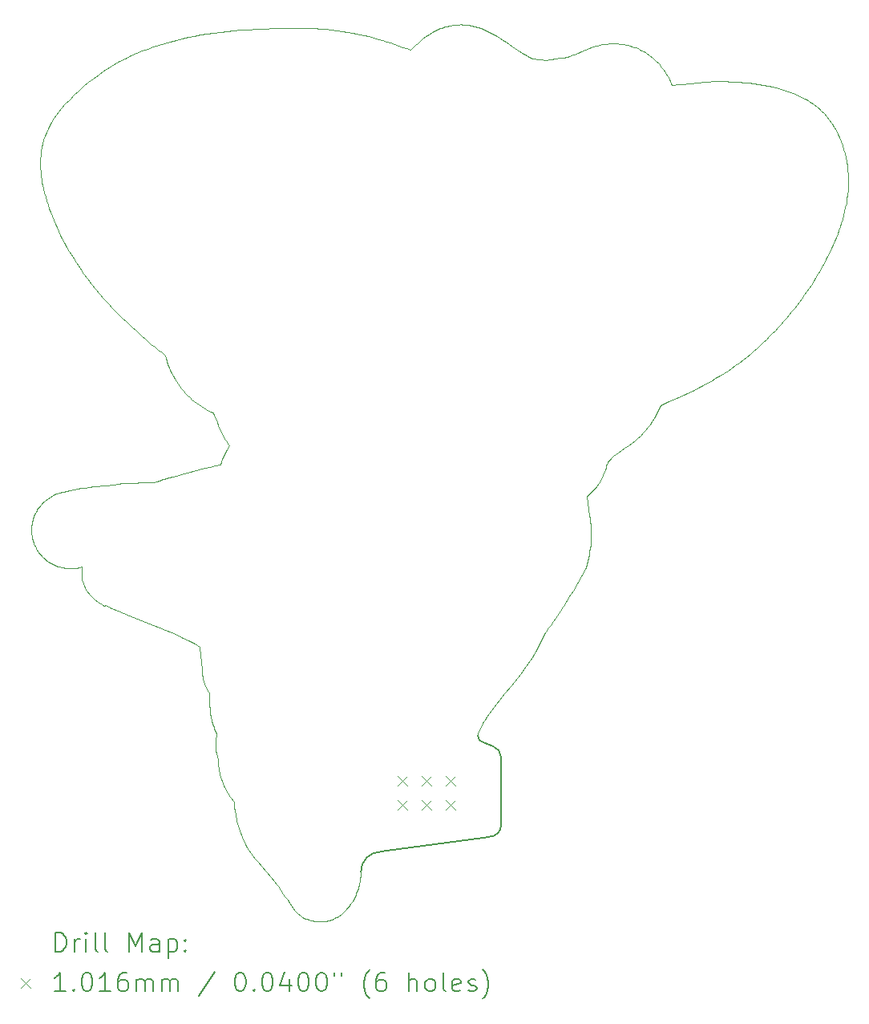
<source format=gbr>
%TF.GenerationSoftware,KiCad,Pcbnew,8.0.3*%
%TF.CreationDate,2024-07-03T11:21:48-05:00*%
%TF.ProjectId,JiggleBilly,4a696767-6c65-4426-996c-6c792e6b6963,rev?*%
%TF.SameCoordinates,Original*%
%TF.FileFunction,Drillmap*%
%TF.FilePolarity,Positive*%
%FSLAX45Y45*%
G04 Gerber Fmt 4.5, Leading zero omitted, Abs format (unit mm)*
G04 Created by KiCad (PCBNEW 8.0.3) date 2024-07-03 11:21:48*
%MOMM*%
%LPD*%
G01*
G04 APERTURE LIST*
%ADD10C,0.100000*%
%ADD11C,0.150000*%
%ADD12C,0.200000*%
%ADD13C,0.101600*%
G04 APERTURE END LIST*
D10*
X16324333Y-7636683D02*
X16334638Y-7592681D01*
X7835370Y-11260215D02*
X7845522Y-11271596D01*
X15561502Y-8924707D02*
X15592243Y-8892772D01*
X13272039Y-6029194D02*
X13220793Y-6035582D01*
X13648527Y-11018487D02*
X13647278Y-10983166D01*
D11*
X12700000Y-14109700D02*
X12698080Y-13398500D01*
D10*
X7833167Y-7170956D02*
X7836328Y-7224888D01*
X8329544Y-8346727D02*
X8370982Y-8401287D01*
X10846185Y-5715312D02*
X10788346Y-5710847D01*
X13659040Y-10592660D02*
X13671843Y-10579927D01*
X8238002Y-6360793D02*
X8189143Y-6406540D01*
X12678873Y-12794169D02*
X12731923Y-12727448D01*
X9725189Y-13557485D02*
X9730647Y-13580315D01*
X12951689Y-5987645D02*
X12936874Y-5979173D01*
X15433820Y-9048922D02*
X15466435Y-9018424D01*
X8501808Y-8559928D02*
X8547551Y-8611084D01*
X14143538Y-5919825D02*
X14123310Y-5911439D01*
X16360591Y-7417236D02*
X16363262Y-7373557D01*
X13875094Y-10227865D02*
X13886994Y-10217352D01*
X10054209Y-14406363D02*
X10075652Y-14436028D01*
X11176319Y-14815917D02*
X11182565Y-14798534D01*
X13124337Y-12166098D02*
X13166805Y-12083834D01*
X10493963Y-14983360D02*
X10503248Y-14995608D01*
X13633608Y-11226976D02*
X13638743Y-11192696D01*
X16009292Y-6514972D02*
X15992637Y-6502752D01*
X14529291Y-6304325D02*
X14503858Y-6308755D01*
X14577414Y-6297552D02*
X14553786Y-6300595D01*
X8378060Y-11706166D02*
X8396241Y-11723514D01*
X16334638Y-7592681D02*
X16343451Y-7548728D01*
X8049359Y-6553710D02*
X8021501Y-6587234D01*
X11740202Y-5936604D02*
X11698323Y-5919901D01*
X14292315Y-6011267D02*
X14275071Y-5997527D01*
X7739452Y-10954403D02*
X7738082Y-10969565D01*
X9027427Y-12003026D02*
X9090703Y-12028216D01*
X13649256Y-5907778D02*
X13627814Y-5915276D01*
X12505322Y-13038396D02*
X12515315Y-13020805D01*
X13025071Y-12344194D02*
X13044744Y-12312586D01*
X12907417Y-5960371D02*
X12892775Y-5950031D01*
X10744803Y-15129397D02*
X10764163Y-15130958D01*
X8785886Y-5996330D02*
X8726417Y-6025051D01*
X9688307Y-13328248D02*
X9692359Y-13356143D01*
X13638743Y-11192696D02*
X13642837Y-11158209D01*
X10783732Y-15131478D02*
X10798512Y-15131166D01*
X12646987Y-12836082D02*
X12678873Y-12794169D01*
X10827900Y-15128703D02*
X10842472Y-15126552D01*
X11202619Y-14726227D02*
X11206401Y-14707456D01*
X11966248Y-5750493D02*
X11933564Y-5770246D01*
X9024024Y-5901103D02*
X8965495Y-5922056D01*
X13454610Y-11646141D02*
X13466303Y-11627683D01*
X13932620Y-10183245D02*
X13968357Y-10160068D01*
X12291663Y-5666571D02*
X12270915Y-5666182D01*
X7846743Y-10721349D02*
X7836570Y-10732625D01*
X11353513Y-5804725D02*
X11302579Y-5792866D01*
X14452681Y-6203438D02*
X14440538Y-6182975D01*
X16313924Y-7678662D02*
X16324333Y-7636683D01*
X12109161Y-5689348D02*
X12090252Y-5695171D01*
X8156456Y-11403684D02*
X8177173Y-11402886D01*
D11*
X12612554Y-13279838D02*
G75*
G02*
X12698080Y-13398500I-39554J-118662D01*
G01*
D10*
X14414689Y-6143789D02*
X14400984Y-6125084D01*
X8021501Y-6587234D02*
X7995542Y-6621469D01*
X16156195Y-6658899D02*
X16143150Y-6642779D01*
X8506551Y-11797382D02*
X8523552Y-11795369D01*
X16291129Y-7759965D02*
X16302856Y-7719766D01*
X12485303Y-13076423D02*
X12505322Y-13038396D01*
X9524260Y-12315812D02*
X9530734Y-12391936D01*
X13886994Y-10217352D02*
X13905800Y-10202398D01*
X9683706Y-13265621D02*
X9685278Y-13298027D01*
X16019423Y-8335936D02*
X16042010Y-8298360D01*
X7751343Y-11103042D02*
X7755551Y-11117302D01*
X15260790Y-6277334D02*
X15211522Y-6273358D01*
X11193563Y-14762935D02*
X11198317Y-14744720D01*
X9962126Y-14239058D02*
X9971667Y-14261506D01*
X11109390Y-14943460D02*
X11119383Y-14928679D01*
X13466303Y-11627683D02*
X13487294Y-11591772D01*
X11052454Y-15011950D02*
X11064736Y-14999008D01*
X16317810Y-6985591D02*
X16305042Y-6943210D01*
X13644954Y-10947672D02*
X13641554Y-10912039D01*
X13810489Y-10318977D02*
X13815451Y-10305758D01*
X14736982Y-9521762D02*
X14783440Y-9498655D01*
X9736954Y-13603146D02*
X9744102Y-13625906D01*
X10953361Y-15088559D02*
X10966164Y-15081342D01*
X9546149Y-12542691D02*
X9551104Y-12571385D01*
X7739879Y-11044648D02*
X7741926Y-11059428D01*
X8306916Y-10552621D02*
X8265121Y-10559040D01*
X15530276Y-8956291D02*
X15561502Y-8924707D01*
X9216216Y-12080642D02*
X9278229Y-12108364D01*
X8309546Y-11630632D02*
X8360133Y-11687187D01*
X14168970Y-10003554D02*
X14197005Y-9974721D01*
X9661761Y-9770291D02*
X9666237Y-9782018D01*
X13317699Y-6021828D02*
X13272039Y-6029194D01*
X15519000Y-6314359D02*
X15466296Y-6304231D01*
X15794279Y-8659631D02*
X15821238Y-8624977D01*
X9456907Y-9641499D02*
X9481170Y-9660582D01*
X15958288Y-6479544D02*
X15940593Y-6468559D01*
X7777941Y-10821239D02*
X7771494Y-10835152D01*
X13030762Y-6023171D02*
X13012060Y-6015503D01*
X16278742Y-7799228D02*
X16291129Y-7759965D01*
X9505999Y-9678658D02*
X9531376Y-9695798D01*
X7741409Y-10939241D02*
X7739452Y-10954403D01*
X10961550Y-5728530D02*
X10903989Y-5721214D01*
X14325589Y-6040668D02*
X14309178Y-6025648D01*
X13995663Y-5875979D02*
X13973388Y-5872603D01*
X12451196Y-13144323D02*
X12464138Y-13118544D01*
X15808748Y-6402647D02*
X15782830Y-6392012D01*
X13905141Y-5866934D02*
X13881929Y-5866552D01*
X9481170Y-9660582D02*
X9505999Y-9678658D01*
X9090627Y-10477434D02*
X9058890Y-10488780D01*
X9339596Y-12137439D02*
X9400207Y-12168041D01*
X9661938Y-5752104D02*
X9593430Y-5762136D01*
X15622533Y-8860491D02*
X15652337Y-8827866D01*
X7857333Y-10710419D02*
X7846743Y-10721349D01*
X7929102Y-11341404D02*
X7945992Y-11351536D01*
X9804858Y-10153302D02*
X9779936Y-10201808D01*
X9690801Y-13143837D02*
X9689192Y-13168714D01*
X13812953Y-5870168D02*
X13788180Y-5873349D01*
X7836178Y-7042712D02*
X7833236Y-7084857D01*
X13905800Y-10202398D02*
X13932620Y-10183245D01*
X7891495Y-10680060D02*
X7879719Y-10689775D01*
X13327345Y-11848142D02*
X13351493Y-11812232D01*
X8525124Y-10527466D02*
X8393892Y-10541865D01*
X8269090Y-11388938D02*
X8267296Y-11411317D01*
X7777604Y-11172503D02*
X7784391Y-11185792D01*
X13773330Y-10422857D02*
X13784363Y-10395413D01*
X8339044Y-6274309D02*
X8287972Y-6316715D01*
X15885565Y-6438137D02*
X15860167Y-6425692D01*
X8756915Y-10503387D02*
X8711983Y-10506128D01*
X14060822Y-5890489D02*
X14039380Y-5884931D01*
X13429352Y-11682260D02*
X13442259Y-11664461D01*
X13357600Y-11796619D02*
X13416028Y-11699122D01*
X15860167Y-6425692D02*
X15834562Y-6413867D01*
X9557287Y-9711897D02*
X9583719Y-9726990D01*
X15131998Y-9291379D02*
X15172523Y-9262790D01*
X13603561Y-10638841D02*
X13618030Y-10628016D01*
X16343451Y-7548728D02*
X16350702Y-7504827D01*
X9204971Y-5844930D02*
X9143736Y-5862545D01*
X13645856Y-11123547D02*
X13647834Y-11088712D01*
X9194209Y-10449018D02*
X9163489Y-10456374D01*
X8498751Y-6157230D02*
X8444445Y-6194560D01*
X12386974Y-5678336D02*
X12353526Y-5672358D01*
X8457126Y-8507898D02*
X8501808Y-8559928D01*
X9829864Y-10107816D02*
X9804858Y-10153302D01*
X15311031Y-6282279D02*
X15260790Y-6277334D01*
X8174914Y-8120431D02*
X8211883Y-8178190D01*
X7949333Y-6692044D02*
X7929091Y-6728364D01*
X12818594Y-5896828D02*
X12783239Y-5872381D01*
X16356427Y-7460995D02*
X16360591Y-7417236D01*
X10110986Y-5713073D02*
X10027813Y-5717354D01*
X13684195Y-10566708D02*
X13696027Y-10553037D01*
X15821238Y-8624977D02*
X15847711Y-8589989D01*
X15006224Y-9373679D02*
X15048831Y-9346859D01*
X11188289Y-14780908D02*
X11193563Y-14762935D01*
X7832230Y-7127606D02*
X7833167Y-7170956D01*
X9202130Y-9312961D02*
X9216327Y-9343007D01*
X16064112Y-8260469D02*
X16085693Y-8222265D01*
X12464138Y-13118544D02*
X12485303Y-13076423D01*
X7987464Y-7767456D02*
X8005052Y-7807319D01*
X15592243Y-8892772D02*
X15622533Y-8860491D01*
X7963343Y-11360765D02*
X7981125Y-11369127D01*
X16353409Y-7156710D02*
X16346816Y-7113707D01*
X7955766Y-10637870D02*
X7942231Y-10645433D01*
X15766835Y-8693953D02*
X15794279Y-8659631D01*
X9113706Y-9126191D02*
X9151865Y-9154885D01*
X10706776Y-15123221D02*
X10725650Y-15126794D01*
X15364567Y-9111133D02*
X15400755Y-9079108D01*
X11488828Y-5844798D02*
X11446949Y-5831495D01*
X13063098Y-12281186D02*
X13079926Y-12250341D01*
X16361978Y-7243107D02*
X16358474Y-7199844D01*
X14973992Y-6265420D02*
X14932703Y-6266794D01*
X7894340Y-6803037D02*
X7879837Y-6841373D01*
X9692359Y-13356143D02*
X9697002Y-13381472D01*
X15289935Y-9173482D02*
X15327615Y-9142567D01*
X15498598Y-8987510D02*
X15530276Y-8956291D01*
X12249681Y-5666572D02*
X12228759Y-5667727D01*
X16363921Y-7286487D02*
X16361978Y-7243107D01*
X12147882Y-5679506D02*
X12128383Y-5684118D01*
X12521248Y-5720182D02*
X12487662Y-5707050D01*
X13178220Y-12060969D02*
X13188838Y-12038000D01*
X14163384Y-5928901D02*
X14143538Y-5919825D01*
X16329017Y-7028139D02*
X16317810Y-6985591D01*
X15873699Y-8554672D02*
X15899201Y-8519025D01*
X11933564Y-5770246D02*
X11902129Y-5791393D01*
X11206054Y-5773566D02*
X11167888Y-5766258D01*
X7924838Y-7605592D02*
X7939334Y-7646405D01*
X9223860Y-10441038D02*
X9194209Y-10449018D01*
X7737298Y-10984693D02*
X7737090Y-10999786D01*
X12451917Y-13169900D02*
X12451196Y-13144323D01*
X8433082Y-11753595D02*
X8451588Y-11766468D01*
X13632116Y-10616705D02*
X13645821Y-10604943D01*
X16115948Y-6611670D02*
X16101792Y-6596685D01*
X16025599Y-6527598D02*
X16009292Y-6514972D01*
X13642837Y-11158209D02*
X13645856Y-11123547D01*
X10842472Y-15126552D02*
X10856906Y-15123811D01*
X11405141Y-5818776D02*
X11379257Y-5811442D01*
X9999889Y-14318963D02*
X10016363Y-14347899D01*
X10617537Y-15090710D02*
X10634573Y-15099107D01*
X13510055Y-5963042D02*
X13471299Y-5979592D01*
X9684025Y-13231202D02*
X9683602Y-13248654D01*
X7799452Y-11211675D02*
X7807714Y-11224235D01*
X12353526Y-5672358D02*
X12333056Y-5669665D01*
X15466296Y-6304231D02*
X15413940Y-6295595D01*
X15756738Y-6381950D02*
X15730542Y-6372444D01*
X11302579Y-5792866D02*
X11253206Y-5782660D01*
X7840835Y-7273160D02*
X7843628Y-7295460D01*
X16072369Y-6567873D02*
X16057138Y-6554050D01*
X10075652Y-14436028D02*
X10098818Y-14466040D01*
X15048831Y-9346859D02*
X15090744Y-9319414D01*
X9358100Y-10401519D02*
X9345088Y-10404156D01*
X7969623Y-10630826D02*
X7955766Y-10637870D01*
X9125486Y-10466401D02*
X9090627Y-10477434D01*
X10634573Y-15099107D02*
X10652060Y-15106567D01*
X14239334Y-5971994D02*
X14220911Y-5960215D01*
X10477038Y-14957824D02*
X10485223Y-14970766D01*
X9817678Y-13783843D02*
X9831529Y-13806118D01*
X15043592Y-6265146D02*
X15015627Y-6264934D01*
X14257411Y-5984433D02*
X14239334Y-5971994D01*
X13693633Y-5893948D02*
X13671184Y-5900641D01*
X8094811Y-6503005D02*
X8049359Y-6553710D01*
X12900547Y-12520832D02*
X12927610Y-12487767D01*
X8289838Y-11566652D02*
X8309546Y-11630632D01*
X9530734Y-12391936D02*
X9537292Y-12459004D01*
X10554314Y-15048242D02*
X10569309Y-15060178D01*
X9615302Y-12715964D02*
X9618564Y-12830808D01*
X12420490Y-5686117D02*
X12386974Y-5678336D01*
X11002804Y-15056535D02*
X11012900Y-15048485D01*
X12000180Y-5732332D02*
X11983075Y-5741201D01*
X9189309Y-9282358D02*
X9202130Y-9312961D01*
X9509167Y-10359120D02*
X9358100Y-10401519D01*
X10730751Y-5707843D02*
X10673537Y-5706325D01*
X7771321Y-11159007D02*
X7777604Y-11172503D01*
X7817519Y-10756288D02*
X7808664Y-10768640D01*
X9666237Y-9782018D02*
X9697324Y-9862895D01*
X11169623Y-14832987D02*
X11176319Y-14815917D01*
X8470050Y-11778021D02*
X8488398Y-11788291D01*
X13040164Y-6027300D02*
X13030762Y-6023171D01*
X14691808Y-6286307D02*
X14600175Y-6295189D01*
X12187748Y-5672234D02*
X12167659Y-5675537D01*
X9236142Y-10437742D02*
X9223860Y-10441038D01*
X10373692Y-14801656D02*
X10397358Y-14836110D01*
X9804657Y-13761464D02*
X9817678Y-13783843D01*
X7792340Y-10794315D02*
X7784894Y-10807638D01*
X10926854Y-15101432D02*
X10940246Y-15095256D01*
X9216327Y-9343007D02*
X9231909Y-9372465D01*
X13863852Y-5866760D02*
X13838177Y-5867940D01*
X9887945Y-13969815D02*
X9892338Y-13995907D01*
X16265697Y-7837515D02*
X16278742Y-7799228D01*
X10503248Y-14995608D02*
X10513067Y-15007474D01*
X12554799Y-5735079D02*
X12521248Y-5720182D01*
X8391207Y-6233589D02*
X8339044Y-6274309D01*
X13795084Y-10365782D02*
X13805632Y-10333827D01*
X15090744Y-9319414D02*
X15131998Y-9291379D01*
X7916157Y-10661845D02*
X7903645Y-10670727D01*
X8249983Y-8235168D02*
X8289207Y-8291352D01*
X13647278Y-10983166D02*
X13644954Y-10947672D01*
X9144093Y-10461197D02*
X9125486Y-10466401D01*
X7879837Y-6841373D02*
X7867256Y-6880361D01*
X7845522Y-11271596D02*
X7856132Y-11282664D01*
X14223513Y-9945160D02*
X14248459Y-9914801D01*
X10397358Y-14836110D02*
X10416237Y-14862548D01*
X9345088Y-10404156D02*
X9267438Y-10428339D01*
X11087983Y-14971945D02*
X11098912Y-14957893D01*
X9706311Y-13423905D02*
X9710648Y-13442953D01*
X15116593Y-6267772D02*
X15071280Y-6265905D01*
X10688178Y-15118641D02*
X10706776Y-15123221D01*
X13449753Y-5987881D02*
X13423870Y-5996514D01*
X7995542Y-6621469D02*
X7971487Y-6656408D01*
X14770811Y-6278531D02*
X14691808Y-6286307D01*
X14041393Y-10111043D02*
X14075603Y-10085367D01*
X9731594Y-5743133D02*
X9661938Y-5752104D01*
X11018729Y-5737235D02*
X10961550Y-5728530D01*
X14271845Y-9883678D02*
X14293669Y-9851793D01*
X13788180Y-5873349D02*
X13763823Y-5877405D01*
X7999313Y-11376621D02*
X8017886Y-11383179D01*
X13647834Y-11088712D02*
X13648736Y-11053669D01*
X7981125Y-11369127D02*
X7999313Y-11376621D01*
X8523552Y-11795369D02*
X8585263Y-11824133D01*
X9663482Y-13080690D02*
X9669685Y-13097101D01*
X13220793Y-6035582D02*
X13163787Y-6040727D01*
X9248876Y-9401366D02*
X9266613Y-9429193D01*
X8075638Y-11397508D02*
X8095484Y-11400423D01*
X13351493Y-11812232D02*
X13357600Y-11796619D01*
X8141411Y-6453948D02*
X8094811Y-6503005D01*
X14495045Y-6287833D02*
X14485573Y-6266811D01*
X8951592Y-10496413D02*
X8933522Y-10497628D01*
X10764163Y-15130958D02*
X10783732Y-15131478D01*
X9531376Y-9695798D02*
X9557287Y-9711897D01*
X7886040Y-7481868D02*
X7898191Y-7523317D01*
X16186173Y-8026602D02*
X16204770Y-7986556D01*
X13188838Y-12038000D02*
X13192862Y-12034079D01*
X16106788Y-8183748D02*
X16127363Y-8144920D01*
X10378789Y-5705624D02*
X10286497Y-5707206D01*
X13707338Y-10538881D02*
X13710946Y-10534059D01*
X9685031Y-13213299D02*
X9684025Y-13231202D01*
X8488398Y-11788291D02*
X8506551Y-11797382D01*
X14039380Y-5884931D02*
X14017660Y-5880091D01*
X12597371Y-12904468D02*
X12646987Y-12836082D01*
X7750940Y-10893442D02*
X7747169Y-10908639D01*
X15400755Y-9079108D02*
X15433820Y-9048922D01*
X10569309Y-15060178D02*
X10584853Y-15071246D01*
X13012060Y-6015503D02*
X12996759Y-6009431D01*
X9619154Y-12843507D02*
X9622894Y-12889028D01*
X9683338Y-13128640D02*
X9690801Y-13143837D01*
X8900398Y-11953584D02*
X9027427Y-12003026D01*
X13815451Y-10305758D02*
X13821002Y-10293579D01*
X16346816Y-7113707D02*
X16338697Y-7070847D01*
X16127363Y-8144920D02*
X16147487Y-8105786D01*
X9030255Y-10499744D02*
X9002391Y-10497003D01*
X9324101Y-9507780D02*
X9344637Y-9532275D01*
X10340519Y-14753394D02*
X10373692Y-14801656D01*
X9304241Y-9482417D02*
X9324101Y-9507780D01*
X8028041Y-10607510D02*
X8013011Y-10612576D01*
X11530706Y-5858680D02*
X11488828Y-5844798D01*
X9814951Y-10087623D02*
X9829864Y-10107816D01*
X10539922Y-15035474D02*
X10554314Y-15048242D01*
X9259975Y-10430941D02*
X9236142Y-10437742D01*
X15924217Y-8483052D02*
X15948747Y-8446756D01*
X7826824Y-10744283D02*
X7817519Y-10756288D01*
X7825679Y-11248523D02*
X7835370Y-11260215D01*
X13968357Y-10160068D02*
X14005621Y-10135954D01*
X9874462Y-5728350D02*
X9802426Y-5735217D01*
X9153670Y-12053995D02*
X9216216Y-12080642D01*
X9526047Y-5773235D02*
X9459752Y-5785407D01*
X7841053Y-7001184D02*
X7836178Y-7042712D01*
X12228759Y-5667727D02*
X12208115Y-5669623D01*
X12748994Y-5849322D02*
X12715755Y-5827605D01*
X15922586Y-6457994D02*
X15904232Y-6447852D01*
X8272074Y-11520367D02*
X8289838Y-11566652D01*
X14427839Y-6163087D02*
X14414689Y-6143789D01*
X9459950Y-12200482D02*
X9489459Y-12217449D01*
X9652289Y-13046584D02*
X9657684Y-13063863D01*
X14919033Y-9425550D02*
X14962958Y-9399909D01*
X10123741Y-14496434D02*
X10214176Y-14602119D01*
X13547180Y-5947158D02*
X13510055Y-5963042D01*
X9875142Y-13862500D02*
X9880590Y-13916765D01*
X8846355Y-5969357D02*
X8785886Y-5996330D01*
X9902542Y-14047153D02*
X9908350Y-14072273D01*
X15677874Y-6355023D02*
X15624927Y-6339624D01*
X14341584Y-6056316D02*
X14325589Y-6040668D01*
X12892775Y-5950031D02*
X12818594Y-5896828D01*
X7738387Y-11029798D02*
X7739879Y-11044648D01*
X9330339Y-5812989D02*
X9267161Y-5828411D01*
X15899201Y-8519025D02*
X15924217Y-8483052D01*
X16358474Y-7199844D02*
X16353409Y-7156710D01*
X10027813Y-5717354D02*
X9947727Y-5722528D01*
X9433227Y-9621479D02*
X9456907Y-9641499D01*
X9387675Y-9578699D02*
X9410144Y-9600557D01*
X9772511Y-10020104D02*
X9786254Y-10043871D01*
X15327615Y-9142567D02*
X15364567Y-9111133D01*
X8115587Y-11402435D02*
X8135919Y-11403545D01*
X13739952Y-5882245D02*
X13716567Y-5887790D01*
X7878709Y-11303724D02*
X7890658Y-11313752D01*
X9583719Y-9726990D02*
X9610653Y-9741077D01*
X16168859Y-6675387D02*
X16156195Y-6658899D01*
X9720578Y-13534621D02*
X9725189Y-13557485D01*
X8266953Y-11452259D02*
X8268049Y-11470648D01*
X16350702Y-7504827D02*
X16356427Y-7460995D01*
X7737454Y-11014844D02*
X7738387Y-11029798D01*
X13130027Y-6038503D02*
X13093284Y-6034478D01*
X9543100Y-12512713D02*
X9544380Y-12527876D01*
X7808664Y-10768640D02*
X7800264Y-10781338D01*
X8554112Y-6121607D02*
X8498751Y-6157230D01*
X11209697Y-14688443D02*
X11212507Y-14669152D01*
X7741926Y-11059428D02*
X7744521Y-11074105D01*
X14102805Y-5903750D02*
X14081952Y-5896766D01*
X9744008Y-10279562D02*
X9732714Y-10306729D01*
X14293669Y-9851793D02*
X14313966Y-9819178D01*
X10725650Y-15126794D02*
X10744803Y-15129397D01*
X9090703Y-12028216D02*
X9153670Y-12053995D01*
X8710339Y-11878085D02*
X8773476Y-11903726D01*
X7747661Y-11088643D02*
X7751343Y-11103042D01*
X10309920Y-14710787D02*
X10323108Y-14728656D01*
X9593430Y-5762136D02*
X9526047Y-5773235D01*
X10913253Y-15107018D02*
X10926854Y-15101432D01*
X12927610Y-12487767D02*
X12939476Y-12471702D01*
X10871270Y-15120480D02*
X10885426Y-15116559D01*
X7784894Y-10807638D02*
X7777941Y-10821239D01*
X7747169Y-10908639D02*
X7743963Y-10924044D01*
X8840640Y-10501097D02*
X8799914Y-10501895D01*
X10978724Y-15073605D02*
X10990937Y-15065313D01*
X9802426Y-5735217D02*
X9731594Y-5743133D01*
X14313966Y-9819178D02*
X14332667Y-9785766D01*
X7874681Y-7440223D02*
X7886040Y-7481868D01*
X15948747Y-8446756D02*
X15972826Y-8410138D01*
X8056073Y-11393657D02*
X8075638Y-11397508D01*
X9677058Y-10318942D02*
X9621229Y-10331745D01*
X9892338Y-13995907D02*
X9897202Y-14021686D01*
X16222847Y-7946208D02*
X16237766Y-7911036D01*
X9781123Y-13716498D02*
X9792472Y-13739016D01*
X9689192Y-13168714D02*
X9686673Y-13194945D01*
X8349852Y-10546827D02*
X8306916Y-10552621D01*
X11119383Y-14928679D02*
X11128924Y-14913552D01*
X16129757Y-6627037D02*
X16115948Y-6611670D01*
X12588281Y-5751732D02*
X12554799Y-5735079D01*
X15940593Y-6468559D02*
X15922586Y-6457994D01*
X8688897Y-10508175D02*
X8665459Y-10510777D01*
X16237766Y-7911036D02*
X16252026Y-7874796D01*
X13710946Y-10534059D02*
X13724686Y-10514698D01*
X8413513Y-8455014D02*
X8457126Y-8507898D01*
X9730647Y-13580315D02*
X9736954Y-13603146D01*
X8017886Y-11383179D02*
X8036813Y-11388869D01*
X7843628Y-7295460D02*
X7846799Y-7316687D01*
X7945992Y-11351536D02*
X7963343Y-11360765D01*
X11012900Y-15048485D02*
X11026536Y-15036688D01*
X16305042Y-6943210D02*
X16305042Y-6943210D01*
X8265121Y-10559040D02*
X8224505Y-10565944D01*
X7760145Y-10863777D02*
X7755270Y-10878488D01*
X11763934Y-5911199D02*
X11740202Y-5936604D01*
X8711983Y-10506128D02*
X8688897Y-10508175D01*
X8907812Y-5944133D02*
X8846355Y-5969357D01*
X13737697Y-10494089D02*
X13750083Y-10472022D01*
X13763823Y-5877405D02*
X13739952Y-5882245D01*
X7847861Y-6960277D02*
X7841053Y-7001184D01*
X9557859Y-12598795D02*
X9566322Y-12624852D01*
X9600980Y-12695181D02*
X9615302Y-12715964D01*
X13805632Y-10333827D02*
X13810489Y-10318977D01*
X10526161Y-15021873D02*
X10539922Y-15035474D01*
X8396241Y-11723514D02*
X8414609Y-11739300D01*
X10990937Y-15065313D02*
X11002804Y-15056535D01*
X7864109Y-7398389D02*
X7874681Y-7440223D01*
X13724686Y-10514698D02*
X13737697Y-10494089D01*
X8451588Y-11766468D02*
X8470050Y-11778021D01*
X7983790Y-10624234D02*
X7969623Y-10630826D01*
D11*
X11430000Y-14392555D02*
X12573000Y-14236700D01*
D10*
X12715755Y-5827605D02*
X12683487Y-5807194D01*
X9177877Y-9251236D02*
X9189309Y-9282358D01*
X14600175Y-6295189D02*
X14577414Y-6297552D01*
X8013011Y-10612576D02*
X7998258Y-10618162D01*
X13973388Y-5872603D02*
X13950905Y-5869963D01*
X9760933Y-13671324D02*
X9770610Y-13693946D01*
X9622894Y-12889028D02*
X9628033Y-12931913D01*
X8791823Y-8853409D02*
X8844488Y-8900568D01*
X8104422Y-8002624D02*
X8139090Y-8061906D01*
X9430195Y-12184036D02*
X9459950Y-12200482D01*
X14139375Y-10031588D02*
X14168970Y-10003554D01*
X8289207Y-8291352D02*
X8329544Y-8346727D01*
X7971487Y-6656408D02*
X7949333Y-6692044D01*
X8667957Y-6055511D02*
X8610518Y-6087699D01*
D11*
X12515238Y-13239838D02*
G75*
G02*
X12451917Y-13169900I6962J69938D01*
G01*
D10*
X14220911Y-5960215D02*
X14202105Y-5949101D01*
X11253206Y-5782660D02*
X11206054Y-5773566D01*
X8095484Y-11400423D02*
X8115587Y-11402435D01*
X13620077Y-11294946D02*
X13627363Y-11261083D01*
X9083431Y-5881270D02*
X9024024Y-5901103D01*
X7879719Y-10689775D02*
X7868328Y-10699906D01*
X9697324Y-9862895D02*
X9712088Y-9899430D01*
X16085693Y-8222265D02*
X16106788Y-8183748D01*
X11815354Y-5861247D02*
X11788985Y-5886013D01*
X7744521Y-11074105D02*
X7747661Y-11088643D01*
X16057138Y-6554050D02*
X16041524Y-6540626D01*
X7760291Y-11131388D02*
X7765547Y-11145302D01*
X11182565Y-14798534D02*
X11188289Y-14780908D01*
X14440538Y-6182975D02*
X14427839Y-6163087D01*
X9576394Y-12649625D02*
X9587979Y-12673079D01*
X15071280Y-6265905D02*
X15043592Y-6265146D01*
X13611715Y-11328601D02*
X13620077Y-11294946D01*
X9851944Y-13835402D02*
X9863210Y-13849246D01*
X15413940Y-6295595D02*
X15362138Y-6288323D01*
X16041524Y-6540626D02*
X16025599Y-6527598D01*
X15782830Y-6392012D02*
X15756738Y-6381950D01*
X13761915Y-10448359D02*
X13773330Y-10422857D01*
X9587979Y-12673079D02*
X9600980Y-12695181D01*
X8198046Y-11401117D02*
X8219048Y-11398410D01*
X14464339Y-6224478D02*
X14452681Y-6203438D01*
X13784363Y-10395413D02*
X13795084Y-10365782D01*
X8224505Y-10565944D02*
X8146987Y-10580656D01*
X15466435Y-9018424D02*
X15498598Y-8987510D01*
X16143150Y-6642779D02*
X16129757Y-6627037D01*
X11983075Y-5741201D02*
X11966248Y-5750493D01*
X13645821Y-10604943D02*
X13659040Y-10592660D01*
X8691048Y-8759223D02*
X8740930Y-8806781D01*
X9344637Y-9532275D02*
X9365833Y-9555938D01*
X13442259Y-11664461D02*
X13454610Y-11646141D01*
X9908350Y-14072273D02*
X9914630Y-14097115D01*
X14646078Y-9564994D02*
X14736982Y-9521762D01*
X15730542Y-6372444D02*
X15704243Y-6363471D01*
X14503858Y-6308755D02*
X14495045Y-6287833D01*
D11*
X12700000Y-14109700D02*
G75*
G02*
X12573000Y-14236700I-127000J0D01*
G01*
D10*
X16338697Y-7070847D02*
X16329017Y-7028139D01*
X14485573Y-6266811D02*
X14475338Y-6245691D01*
X8970855Y-10495927D02*
X8951592Y-10496413D01*
X11214797Y-14649618D02*
X11217608Y-14609717D01*
X14379438Y-9681191D02*
X14467150Y-9644760D01*
X15975636Y-6490942D02*
X15958288Y-6479544D01*
X10016363Y-14347899D02*
X10034457Y-14377010D01*
X16193077Y-6709462D02*
X16181177Y-6692242D01*
X8146987Y-10580656D02*
X8074687Y-10595471D01*
X12035293Y-5715956D02*
X12017598Y-5723908D01*
X10584853Y-15071246D02*
X10600952Y-15081412D01*
X9676302Y-13113062D02*
X9683338Y-13128640D01*
X9928599Y-14145759D02*
X9936284Y-14169596D01*
X13750083Y-10472022D02*
X13761915Y-10448359D01*
X15652337Y-8827866D02*
X15681690Y-8794898D01*
X14005621Y-10135954D02*
X14041393Y-10111043D01*
X9729505Y-9937735D02*
X9749629Y-9977913D01*
X9630989Y-9750445D02*
X9652185Y-9759223D01*
X8547551Y-8611084D02*
X8594346Y-8661362D01*
X12487662Y-5707050D02*
X12454041Y-5695691D01*
X10286497Y-5707206D02*
X10197220Y-5709689D01*
X7856594Y-6919998D02*
X7847861Y-6960277D01*
X9936284Y-14169596D02*
X9944434Y-14193085D01*
X7915862Y-11332592D02*
X7929102Y-11341404D01*
X10940246Y-15095256D02*
X10953361Y-15088559D01*
X11154773Y-14866157D02*
X11162441Y-14849745D01*
X15212389Y-9233576D02*
X15251527Y-9203806D01*
X8585263Y-11824133D02*
X8647563Y-11851647D01*
X9792472Y-13739016D02*
X9804657Y-13761464D01*
X15624927Y-6339624D02*
X15571946Y-6326114D01*
X8647563Y-11851647D02*
X8710339Y-11878085D01*
X9634611Y-12972369D02*
X9642681Y-13010534D01*
X8287972Y-6316715D02*
X8238002Y-6360793D01*
X9749629Y-9977913D02*
X9772511Y-10020104D01*
X7833236Y-7084857D02*
X7832230Y-7127606D01*
X11871909Y-5813739D02*
X11842972Y-5837088D01*
X9652185Y-9759223D02*
X9659193Y-9763387D01*
X9038312Y-9066860D02*
X9075849Y-9096873D01*
X15211522Y-6273358D02*
X15163398Y-6270215D01*
X9710648Y-13442953D02*
X9711848Y-13465887D01*
X13274676Y-11923503D02*
X13327345Y-11848142D01*
X10450093Y-14902900D02*
X10455939Y-14917091D01*
X15163398Y-6270215D02*
X15116593Y-6267772D01*
X9713906Y-13488822D02*
X9716817Y-13511721D01*
X16252026Y-7874796D02*
X16265697Y-7837515D01*
X9167822Y-9219593D02*
X9177877Y-9251236D01*
X11206401Y-14707456D02*
X11209697Y-14688443D01*
X13618030Y-10628016D02*
X13632116Y-10616705D01*
X13586421Y-5931011D02*
X13547180Y-5947158D01*
X9947727Y-5722528D02*
X9874462Y-5728350D01*
X14075603Y-10085367D02*
X14108252Y-10058859D01*
X12454041Y-5695691D02*
X12420490Y-5686117D01*
X10652060Y-15106567D02*
X10669928Y-15113089D01*
X12939476Y-12471702D02*
X12963208Y-12436486D01*
X7998258Y-10618162D02*
X7983790Y-10624234D01*
X7903645Y-10670727D02*
X7891495Y-10680060D01*
X10813223Y-15130229D02*
X10827900Y-15128703D01*
X7846799Y-7316687D02*
X7850362Y-7336953D01*
X9985001Y-14290200D02*
X9999889Y-14318963D01*
X12017598Y-5723908D02*
X12000180Y-5732332D01*
X13835852Y-10269986D02*
X13846192Y-10257426D01*
X16167055Y-8066347D02*
X16186173Y-8026602D01*
X8062398Y-7925331D02*
X8083031Y-7964121D01*
X7867256Y-6880361D02*
X7856594Y-6919998D01*
X11379257Y-5811442D02*
X11353513Y-5804725D01*
X9544380Y-12527876D02*
X9546149Y-12542691D01*
X8005052Y-7807319D02*
X8023403Y-7846921D01*
X11039720Y-15024510D02*
X11052454Y-15011950D01*
X8266644Y-11432447D02*
X8266953Y-11452259D01*
X14932703Y-6266794D02*
X14891762Y-6268924D01*
X11788985Y-5886013D02*
X11763934Y-5911199D01*
X11075214Y-5747305D02*
X11018729Y-5737235D01*
X13199628Y-12025995D02*
X13219752Y-11999695D01*
X13591799Y-11395253D02*
X13602277Y-11362049D01*
X15571946Y-6326114D02*
X15519000Y-6314359D01*
X8726417Y-6025051D02*
X8667957Y-6055511D01*
X13423870Y-5996514D02*
X13393406Y-6005222D01*
X12312411Y-5667734D02*
X12291663Y-5666571D01*
X14332667Y-9785766D02*
X14349807Y-9751659D01*
X13821002Y-10293579D02*
X13827629Y-10281852D01*
X16363262Y-7373557D02*
X16364373Y-7329972D01*
X13950905Y-5869963D02*
X13928144Y-5868072D01*
X9712088Y-9899430D02*
X9729505Y-9937735D01*
X10798512Y-15131166D02*
X10813223Y-15130229D01*
X13471299Y-5979592D02*
X13449753Y-5987881D01*
X14017660Y-5880091D02*
X13995663Y-5875979D01*
X9841373Y-13821003D02*
X9851944Y-13835402D01*
X11130902Y-5758716D02*
X11075214Y-5747305D01*
X13641554Y-10912039D02*
X13637112Y-10876267D01*
X10856906Y-15123811D02*
X10871270Y-15120480D01*
X7903045Y-11323362D02*
X7915862Y-11332592D01*
X7910758Y-6765364D02*
X7894340Y-6803037D01*
X9058890Y-10488780D02*
X9030255Y-10499744D01*
X14851132Y-6271679D02*
X14770811Y-6278531D01*
X13696027Y-10553037D02*
X13707338Y-10538881D01*
X11446949Y-5831495D02*
X11405141Y-5818776D01*
X13881929Y-5866552D02*
X13863852Y-5866760D01*
X8740930Y-8806781D02*
X8791823Y-8853409D01*
D11*
X11217608Y-14609717D02*
G75*
G02*
X11430000Y-14392555I212392J4717D01*
G01*
D10*
X9459752Y-5785407D02*
X9394527Y-5798656D01*
X13044744Y-12312586D02*
X13063098Y-12281186D01*
X8897011Y-8946825D02*
X8949264Y-8992055D01*
X14829274Y-9474922D02*
X14874483Y-9450531D01*
X12071655Y-5701563D02*
X12053335Y-5708500D01*
X8177173Y-11402886D02*
X8198046Y-11401117D01*
X8949264Y-8992055D02*
X9001110Y-9036154D01*
X11162441Y-14849745D02*
X11169623Y-14832987D01*
X8844488Y-8900568D02*
X8897011Y-8946825D01*
X14123310Y-5911439D02*
X14102805Y-5903750D01*
X7850362Y-7336953D02*
X7854331Y-7356372D01*
X12731923Y-12727448D02*
X12805861Y-12636267D01*
X7911122Y-7564560D02*
X7924838Y-7605592D01*
X14182918Y-5938661D02*
X14163384Y-5928901D01*
X10572328Y-5705181D02*
X10474075Y-5704949D01*
X14309178Y-6025648D02*
X14292315Y-6011267D01*
X15738939Y-8727941D02*
X15766835Y-8693953D01*
X13671843Y-10579927D02*
X13684195Y-10566708D01*
X7816461Y-11236518D02*
X7825679Y-11248523D01*
X7771494Y-10835152D02*
X7765558Y-10849343D01*
X9267438Y-10428339D02*
X9259975Y-10430941D01*
X9518708Y-12234936D02*
X9524260Y-12315812D01*
X16290435Y-6900901D02*
X16274197Y-6859897D01*
X9800407Y-10066354D02*
X9814951Y-10087623D01*
X13671184Y-5900641D02*
X13649256Y-5907778D01*
X9400207Y-12168041D02*
X9430195Y-12184036D01*
X15362138Y-6288323D02*
X15311031Y-6282279D01*
X14357128Y-6072589D02*
X14341584Y-6056316D01*
X12922128Y-5970082D02*
X12907417Y-5960371D01*
X9628033Y-12931913D02*
X9634611Y-12972369D01*
X9231909Y-9372465D02*
X9248876Y-9401366D01*
X8360133Y-11687187D02*
X8378060Y-11706166D01*
X13166805Y-12083834D02*
X13178220Y-12060969D01*
X8043339Y-10602965D02*
X8028041Y-10607510D01*
X15710557Y-8761589D02*
X15738939Y-8727941D01*
X16236795Y-6781907D02*
X16215734Y-6744977D01*
X11146619Y-14882290D02*
X11154773Y-14866157D01*
X9657684Y-13063863D02*
X9663482Y-13080690D01*
X9410144Y-9600557D02*
X9433227Y-9621479D01*
X11138015Y-14898077D02*
X11146619Y-14882290D01*
X8058890Y-10598940D02*
X8043339Y-10602965D01*
X14349807Y-9751659D02*
X14365420Y-9716790D01*
X9266613Y-9429193D02*
X9285074Y-9456186D01*
X9278229Y-12108364D02*
X9339596Y-12137439D01*
X13219752Y-11999695D02*
X13245843Y-11963924D01*
X9002391Y-10497003D02*
X8987058Y-10496205D01*
X8610518Y-6087699D02*
X8554112Y-6121607D01*
X9863210Y-13849246D02*
X9875142Y-13862500D01*
X9159152Y-9187464D02*
X9167822Y-9219593D01*
X15704243Y-6363471D02*
X15677874Y-6355023D01*
X8036813Y-11388869D02*
X8056073Y-11393657D01*
X12128383Y-5684118D02*
X12109161Y-5689348D01*
X16087254Y-6582085D02*
X16072369Y-6567873D01*
X8665459Y-10510777D02*
X8525124Y-10527466D01*
X9944434Y-14193085D02*
X9953049Y-14216262D01*
X8219048Y-11398410D02*
X8240153Y-11394732D01*
X10903989Y-5721214D02*
X10846185Y-5715312D01*
X9921382Y-14121611D02*
X9928599Y-14145759D01*
X7836570Y-10732625D02*
X7826824Y-10744283D01*
X9953049Y-14216262D02*
X9962126Y-14239058D01*
X14365420Y-9716790D02*
X14379438Y-9681191D01*
X14275071Y-5997527D02*
X14257411Y-5984433D01*
X10034457Y-14377010D02*
X10054209Y-14406363D01*
X7755551Y-11117302D02*
X7760291Y-11131388D01*
X12515315Y-13020805D02*
X12525481Y-13004012D01*
X12546958Y-12972716D02*
X12597371Y-12904468D01*
X10214176Y-14602119D02*
X10309920Y-14710787D01*
X10885426Y-15116559D02*
X10899444Y-15112083D01*
X14400984Y-6125084D02*
X14386828Y-6106980D01*
X16256294Y-6820222D02*
X16236795Y-6781907D01*
X13928144Y-5868072D02*
X13905141Y-5866934D01*
X9267161Y-5828411D02*
X9204971Y-5844930D01*
X13079926Y-12250341D02*
X13124337Y-12166098D01*
X13602277Y-11362049D02*
X13611715Y-11328601D01*
X12167659Y-5675537D02*
X12147882Y-5679506D01*
X10513067Y-15007474D02*
X10526161Y-15021873D01*
X12333056Y-5669665D02*
X12312411Y-5667734D01*
X12090252Y-5695171D02*
X12071655Y-5701563D01*
X9618564Y-12830808D02*
X9619154Y-12843507D01*
X13827629Y-10281852D02*
X13835852Y-10269986D01*
X9394527Y-5798656D02*
X9330339Y-5812989D01*
X7836328Y-7224888D02*
X7840835Y-7273160D01*
X10416237Y-14862548D02*
X10432943Y-14883852D01*
X16101792Y-6596685D02*
X16087254Y-6582085D01*
X8594346Y-8661362D02*
X8642182Y-8710746D01*
X11098912Y-14957893D02*
X11109390Y-14943460D01*
X9880590Y-13916765D02*
X9887945Y-13969815D01*
X9489459Y-12217449D02*
X9518708Y-12234936D01*
X14386828Y-6106980D02*
X14372221Y-6089479D01*
X15992637Y-6502752D02*
X15975636Y-6490942D01*
X11614532Y-5888161D02*
X11572619Y-5873138D01*
X13004254Y-12375629D02*
X13025071Y-12344194D01*
X11212507Y-14669152D02*
X11214797Y-14649618D01*
X14081952Y-5896766D02*
X14060822Y-5890489D01*
X11572619Y-5873138D02*
X11530706Y-5858680D01*
X13716567Y-5887790D02*
X13693633Y-5893948D01*
X9163489Y-10456374D02*
X9144093Y-10461197D01*
X14467150Y-9644760D02*
X14556076Y-9606005D01*
X12535994Y-12988017D02*
X12546958Y-12972716D01*
X16181177Y-6692242D02*
X16168859Y-6675387D01*
X8267296Y-11411317D02*
X8266644Y-11432447D01*
X10455939Y-14917091D02*
X10462386Y-14930969D01*
X13245843Y-11963924D02*
X13274676Y-11923503D01*
X8023403Y-7846921D02*
X8042520Y-7886263D01*
X9001110Y-9036154D02*
X9038312Y-9066860D01*
X10197220Y-5709689D02*
X10110986Y-5713073D01*
X11167888Y-5766258D02*
X11130902Y-5758716D01*
X14556076Y-9606005D02*
X14646078Y-9564994D01*
X8393892Y-10541865D02*
X8349852Y-10546827D01*
X15172523Y-9262790D02*
X15212389Y-9233576D01*
X12525481Y-13004012D02*
X12535994Y-12988017D01*
X10462386Y-14930969D02*
X10469422Y-14944570D01*
X10966164Y-15081342D02*
X10978724Y-15073605D01*
X12621693Y-5770131D02*
X12588281Y-5751732D01*
X14891762Y-6268924D02*
X14851132Y-6271679D01*
X10673537Y-5706325D02*
X10572328Y-5705181D01*
X12652157Y-5788049D02*
X12621693Y-5770131D01*
X8211883Y-8178190D02*
X8249983Y-8235168D01*
X8912416Y-10499015D02*
X8889697Y-10499952D01*
X12208115Y-5669623D02*
X12187748Y-5672234D01*
X12683487Y-5807194D02*
X12652157Y-5788049D01*
X9621229Y-10331745D02*
X9565253Y-10345138D01*
X8042520Y-7886263D02*
X8062398Y-7925331D01*
X14553786Y-6300595D02*
X14529291Y-6304325D01*
X13163787Y-6040727D02*
X13152753Y-6040283D01*
X7942231Y-10645433D02*
X7929022Y-10653414D01*
X8189143Y-6406540D02*
X8141411Y-6453948D01*
X9752096Y-13648632D02*
X9760933Y-13671324D01*
X15834562Y-6413867D02*
X15808748Y-6402647D01*
X7737090Y-10999786D02*
X7737454Y-11014844D01*
X9755690Y-10253019D02*
X9744008Y-10279562D01*
D11*
X12612554Y-13279838D02*
X12515238Y-13239838D01*
D10*
X13504261Y-11559817D02*
X13591799Y-11395253D01*
X9971667Y-14261506D02*
X9985001Y-14290200D01*
X11128924Y-14913552D02*
X11138015Y-14898077D01*
X10899444Y-15112083D02*
X10913253Y-15107018D01*
X11842972Y-5837088D02*
X11815354Y-5861247D01*
X13631561Y-10840391D02*
X13603561Y-10638841D01*
X8933522Y-10497628D02*
X8912416Y-10499015D01*
X9716817Y-13511721D02*
X9720578Y-13534621D01*
X8240153Y-11394732D02*
X8243866Y-11394004D01*
X9686673Y-13194945D02*
X9685031Y-13213299D01*
X7898191Y-7523317D02*
X7911122Y-7564560D01*
X7868328Y-10699906D02*
X7857333Y-10710419D01*
X7854331Y-7356372D02*
X7864109Y-7398389D01*
X9786254Y-10043871D02*
X9800407Y-10066354D01*
X9551104Y-12571385D02*
X9557859Y-12598795D01*
X8243866Y-11394004D02*
X8269090Y-11388938D01*
X14248459Y-9914801D02*
X14271845Y-9883678D01*
X7791674Y-11198872D02*
X7799452Y-11211675D01*
X15972826Y-8410138D02*
X15996385Y-8373197D01*
X7856132Y-11282664D02*
X7867197Y-11293385D01*
X8799914Y-10501895D02*
X8756915Y-10503387D01*
X13393406Y-6005222D02*
X13358086Y-6013751D01*
X12270915Y-5666182D02*
X12249681Y-5666572D01*
X11064736Y-14999008D02*
X11076602Y-14985650D01*
X7784391Y-11185792D02*
X7791674Y-11198872D01*
X12805861Y-12636267D02*
X12900547Y-12520832D01*
X9697002Y-13381472D02*
X9706311Y-13423905D01*
X10432943Y-14883852D02*
X10450093Y-14902900D01*
X12996759Y-6009431D02*
X12981632Y-6002769D01*
X13416028Y-11699122D02*
X13429352Y-11682260D01*
X8083031Y-7964121D02*
X8104422Y-8002624D01*
X11026536Y-15036688D02*
X11039720Y-15024510D01*
X14372221Y-6089479D02*
X14357128Y-6072589D01*
X15996385Y-8373197D02*
X16019423Y-8335936D01*
X13627363Y-11261083D02*
X13633608Y-11226976D01*
X9831529Y-13806118D02*
X9841373Y-13821003D01*
X8139090Y-8061906D02*
X8174914Y-8120431D01*
X14475338Y-6245691D02*
X14464339Y-6224478D01*
X7765558Y-10849343D02*
X7760145Y-10863777D01*
X8370982Y-8401287D02*
X8413513Y-8455014D01*
X16305042Y-6943210D02*
X16305042Y-6943210D01*
X7738082Y-10969565D02*
X7737298Y-10984693D01*
X13637112Y-10876267D02*
X13631561Y-10840391D01*
X7929022Y-10653414D02*
X7916157Y-10661845D01*
X8414609Y-11739300D02*
X8433082Y-11753595D01*
X15847711Y-8589989D02*
X15873699Y-8554672D01*
X9914630Y-14097115D02*
X9921382Y-14121611D01*
X9642681Y-13010534D02*
X9652289Y-13046584D01*
X8965495Y-5922056D02*
X8907812Y-5944133D01*
X16042010Y-8298360D02*
X16064112Y-8260469D01*
X10485223Y-14970766D02*
X10493963Y-14983360D01*
X9659193Y-9763387D02*
X9661761Y-9770291D01*
X8135919Y-11403545D02*
X8156456Y-11403684D01*
X10669928Y-15113089D02*
X10688178Y-15118641D01*
X7890658Y-11313752D02*
X7903045Y-11323362D01*
X8773476Y-11903726D02*
X8900398Y-11953584D01*
X8444445Y-6194560D02*
X8391207Y-6233589D01*
X10323108Y-14728656D02*
X10340519Y-14753394D01*
X16364373Y-7329972D02*
X16363921Y-7286487D01*
X9610653Y-9741077D02*
X9630989Y-9750445D01*
X9537292Y-12459004D02*
X9543100Y-12512713D01*
X9685278Y-13298027D02*
X9688307Y-13328248D01*
X7807714Y-11224235D02*
X7816461Y-11236518D01*
X7970650Y-7727344D02*
X7987464Y-7767456D01*
X16204770Y-7986556D02*
X16222847Y-7946208D01*
X13152753Y-6040283D02*
X13130027Y-6038503D01*
X14202105Y-5949101D02*
X14182918Y-5938661D01*
X16147487Y-8105786D02*
X16167055Y-8066347D01*
X9770610Y-13693946D02*
X9781123Y-13716498D01*
X10474075Y-5704949D02*
X10378789Y-5705624D01*
X11198317Y-14744720D02*
X11202619Y-14726227D01*
X9565253Y-10345138D02*
X9509167Y-10359120D01*
X12936874Y-5979173D02*
X12922128Y-5970082D01*
X11656445Y-5903750D02*
X11614532Y-5888161D01*
X12053335Y-5708500D02*
X12035293Y-5715956D01*
X9151865Y-9154885D02*
X9159152Y-9187464D01*
X16302856Y-7719766D02*
X16313924Y-7678662D01*
X7867197Y-11293385D02*
X7878709Y-11303724D01*
X7929091Y-6728364D02*
X7910758Y-6765364D01*
X13859099Y-10243582D02*
X13875094Y-10227865D01*
X9732714Y-10306729D02*
X9677058Y-10318942D01*
X15681690Y-8794898D02*
X15710557Y-8761589D01*
X9711848Y-13465887D02*
X9713906Y-13488822D01*
X8987058Y-10496205D02*
X8970855Y-10495927D01*
X13358086Y-6013751D02*
X13317699Y-6021828D01*
X14783440Y-9498655D02*
X14829274Y-9474922D01*
X13846192Y-10257426D02*
X13859099Y-10243582D01*
X8074687Y-10595471D02*
X8058890Y-10598940D01*
X13093284Y-6034478D02*
X13040164Y-6027300D01*
X13838177Y-5867940D02*
X13812953Y-5870168D01*
X9143736Y-5862545D02*
X9083431Y-5881270D01*
X15904232Y-6447852D02*
X15885565Y-6438137D01*
X12966608Y-5995511D02*
X12951689Y-5987645D01*
X16215734Y-6744977D02*
X16193077Y-6709462D01*
X15015627Y-6264934D02*
X14973992Y-6265420D01*
X9669685Y-13097101D02*
X9676302Y-13113062D01*
X10788346Y-5710847D02*
X10730751Y-5707843D01*
X16274197Y-6859897D02*
X16256294Y-6820222D01*
X14962958Y-9399909D02*
X15006224Y-9373679D01*
X11698323Y-5919901D02*
X11656445Y-5903750D01*
X10098818Y-14466040D02*
X10123741Y-14496434D01*
X15251527Y-9203806D02*
X15289935Y-9173482D01*
X13627814Y-5915276D02*
X13586421Y-5931011D01*
X8642182Y-8710746D02*
X8691048Y-8759223D01*
X10469422Y-14944570D02*
X10477038Y-14957824D01*
X12783239Y-5872381D02*
X12748994Y-5849322D01*
X7954603Y-7686992D02*
X7970650Y-7727344D01*
X12963208Y-12436486D02*
X13004254Y-12375629D01*
X9779936Y-10201808D02*
X9755690Y-10253019D01*
X13192862Y-12034079D02*
X13199628Y-12025995D01*
X9075849Y-9096873D02*
X9113706Y-9126191D01*
X9365833Y-9555938D02*
X9387675Y-9578699D01*
X11902129Y-5791393D02*
X11871909Y-5813739D01*
X7755270Y-10878488D02*
X7750940Y-10893442D01*
X11076602Y-14985650D02*
X11087983Y-14971945D01*
X16305042Y-6943210D02*
X16290435Y-6900901D01*
X12981632Y-6002769D02*
X12966608Y-5995511D01*
X7765547Y-11145302D02*
X7771321Y-11159007D01*
X14874483Y-9450531D02*
X14919033Y-9425550D01*
X9683602Y-13248654D02*
X9683706Y-13265621D01*
X9744102Y-13625906D02*
X9752096Y-13648632D01*
X8889697Y-10499952D02*
X8840640Y-10501097D01*
X7800264Y-10781338D02*
X7792340Y-10794315D01*
X9897202Y-14021686D02*
X9902542Y-14047153D01*
X14108252Y-10058859D02*
X14139375Y-10031588D01*
X10600952Y-15081412D02*
X10617537Y-15090710D01*
X9566322Y-12624852D02*
X9576394Y-12649625D01*
X13648736Y-11053669D02*
X13648527Y-11018487D01*
X7743963Y-10924044D02*
X7741409Y-10939241D01*
X13487294Y-11591772D02*
X13504261Y-11559817D01*
X9285074Y-9456186D02*
X9304241Y-9482417D01*
X7939334Y-7646405D02*
X7954603Y-7686992D01*
X8268049Y-11470648D02*
X8272074Y-11520367D01*
X14197005Y-9974721D02*
X14223513Y-9945160D01*
D12*
D13*
X11602370Y-13592270D02*
X11703970Y-13693870D01*
X11703970Y-13592270D02*
X11602370Y-13693870D01*
X11602370Y-13846270D02*
X11703970Y-13947870D01*
X11703970Y-13846270D02*
X11602370Y-13947870D01*
X11856370Y-13592270D02*
X11957970Y-13693870D01*
X11957970Y-13592270D02*
X11856370Y-13693870D01*
X11856370Y-13846270D02*
X11957970Y-13947870D01*
X11957970Y-13846270D02*
X11856370Y-13947870D01*
X12110370Y-13592270D02*
X12211970Y-13693870D01*
X12211970Y-13592270D02*
X12110370Y-13693870D01*
X12110370Y-13846270D02*
X12211970Y-13947870D01*
X12211970Y-13846270D02*
X12110370Y-13947870D01*
D12*
X7992866Y-15447962D02*
X7992866Y-15247962D01*
X7992866Y-15247962D02*
X8040485Y-15247962D01*
X8040485Y-15247962D02*
X8069057Y-15257486D01*
X8069057Y-15257486D02*
X8088104Y-15276534D01*
X8088104Y-15276534D02*
X8097628Y-15295581D01*
X8097628Y-15295581D02*
X8107152Y-15333676D01*
X8107152Y-15333676D02*
X8107152Y-15362248D01*
X8107152Y-15362248D02*
X8097628Y-15400343D01*
X8097628Y-15400343D02*
X8088104Y-15419391D01*
X8088104Y-15419391D02*
X8069057Y-15438438D01*
X8069057Y-15438438D02*
X8040485Y-15447962D01*
X8040485Y-15447962D02*
X7992866Y-15447962D01*
X8192866Y-15447962D02*
X8192866Y-15314629D01*
X8192866Y-15352724D02*
X8202390Y-15333676D01*
X8202390Y-15333676D02*
X8211914Y-15324153D01*
X8211914Y-15324153D02*
X8230962Y-15314629D01*
X8230962Y-15314629D02*
X8250009Y-15314629D01*
X8316676Y-15447962D02*
X8316676Y-15314629D01*
X8316676Y-15247962D02*
X8307152Y-15257486D01*
X8307152Y-15257486D02*
X8316676Y-15267010D01*
X8316676Y-15267010D02*
X8326200Y-15257486D01*
X8326200Y-15257486D02*
X8316676Y-15247962D01*
X8316676Y-15247962D02*
X8316676Y-15267010D01*
X8440485Y-15447962D02*
X8421438Y-15438438D01*
X8421438Y-15438438D02*
X8411914Y-15419391D01*
X8411914Y-15419391D02*
X8411914Y-15247962D01*
X8545247Y-15447962D02*
X8526200Y-15438438D01*
X8526200Y-15438438D02*
X8516676Y-15419391D01*
X8516676Y-15419391D02*
X8516676Y-15247962D01*
X8773819Y-15447962D02*
X8773819Y-15247962D01*
X8773819Y-15247962D02*
X8840486Y-15390819D01*
X8840486Y-15390819D02*
X8907152Y-15247962D01*
X8907152Y-15247962D02*
X8907152Y-15447962D01*
X9088105Y-15447962D02*
X9088105Y-15343200D01*
X9088105Y-15343200D02*
X9078581Y-15324153D01*
X9078581Y-15324153D02*
X9059533Y-15314629D01*
X9059533Y-15314629D02*
X9021438Y-15314629D01*
X9021438Y-15314629D02*
X9002390Y-15324153D01*
X9088105Y-15438438D02*
X9069057Y-15447962D01*
X9069057Y-15447962D02*
X9021438Y-15447962D01*
X9021438Y-15447962D02*
X9002390Y-15438438D01*
X9002390Y-15438438D02*
X8992866Y-15419391D01*
X8992866Y-15419391D02*
X8992866Y-15400343D01*
X8992866Y-15400343D02*
X9002390Y-15381296D01*
X9002390Y-15381296D02*
X9021438Y-15371772D01*
X9021438Y-15371772D02*
X9069057Y-15371772D01*
X9069057Y-15371772D02*
X9088105Y-15362248D01*
X9183343Y-15314629D02*
X9183343Y-15514629D01*
X9183343Y-15324153D02*
X9202390Y-15314629D01*
X9202390Y-15314629D02*
X9240486Y-15314629D01*
X9240486Y-15314629D02*
X9259533Y-15324153D01*
X9259533Y-15324153D02*
X9269057Y-15333676D01*
X9269057Y-15333676D02*
X9278581Y-15352724D01*
X9278581Y-15352724D02*
X9278581Y-15409867D01*
X9278581Y-15409867D02*
X9269057Y-15428915D01*
X9269057Y-15428915D02*
X9259533Y-15438438D01*
X9259533Y-15438438D02*
X9240486Y-15447962D01*
X9240486Y-15447962D02*
X9202390Y-15447962D01*
X9202390Y-15447962D02*
X9183343Y-15438438D01*
X9364295Y-15428915D02*
X9373819Y-15438438D01*
X9373819Y-15438438D02*
X9364295Y-15447962D01*
X9364295Y-15447962D02*
X9354771Y-15438438D01*
X9354771Y-15438438D02*
X9364295Y-15428915D01*
X9364295Y-15428915D02*
X9364295Y-15447962D01*
X9364295Y-15324153D02*
X9373819Y-15333676D01*
X9373819Y-15333676D02*
X9364295Y-15343200D01*
X9364295Y-15343200D02*
X9354771Y-15333676D01*
X9354771Y-15333676D02*
X9364295Y-15324153D01*
X9364295Y-15324153D02*
X9364295Y-15343200D01*
D13*
X7630490Y-15725678D02*
X7732090Y-15827278D01*
X7732090Y-15725678D02*
X7630490Y-15827278D01*
D12*
X8097628Y-15867962D02*
X7983343Y-15867962D01*
X8040485Y-15867962D02*
X8040485Y-15667962D01*
X8040485Y-15667962D02*
X8021438Y-15696534D01*
X8021438Y-15696534D02*
X8002390Y-15715581D01*
X8002390Y-15715581D02*
X7983343Y-15725105D01*
X8183343Y-15848915D02*
X8192866Y-15858438D01*
X8192866Y-15858438D02*
X8183343Y-15867962D01*
X8183343Y-15867962D02*
X8173819Y-15858438D01*
X8173819Y-15858438D02*
X8183343Y-15848915D01*
X8183343Y-15848915D02*
X8183343Y-15867962D01*
X8316676Y-15667962D02*
X8335724Y-15667962D01*
X8335724Y-15667962D02*
X8354771Y-15677486D01*
X8354771Y-15677486D02*
X8364295Y-15687010D01*
X8364295Y-15687010D02*
X8373819Y-15706057D01*
X8373819Y-15706057D02*
X8383343Y-15744153D01*
X8383343Y-15744153D02*
X8383343Y-15791772D01*
X8383343Y-15791772D02*
X8373819Y-15829867D01*
X8373819Y-15829867D02*
X8364295Y-15848915D01*
X8364295Y-15848915D02*
X8354771Y-15858438D01*
X8354771Y-15858438D02*
X8335724Y-15867962D01*
X8335724Y-15867962D02*
X8316676Y-15867962D01*
X8316676Y-15867962D02*
X8297628Y-15858438D01*
X8297628Y-15858438D02*
X8288104Y-15848915D01*
X8288104Y-15848915D02*
X8278581Y-15829867D01*
X8278581Y-15829867D02*
X8269057Y-15791772D01*
X8269057Y-15791772D02*
X8269057Y-15744153D01*
X8269057Y-15744153D02*
X8278581Y-15706057D01*
X8278581Y-15706057D02*
X8288104Y-15687010D01*
X8288104Y-15687010D02*
X8297628Y-15677486D01*
X8297628Y-15677486D02*
X8316676Y-15667962D01*
X8573819Y-15867962D02*
X8459533Y-15867962D01*
X8516676Y-15867962D02*
X8516676Y-15667962D01*
X8516676Y-15667962D02*
X8497628Y-15696534D01*
X8497628Y-15696534D02*
X8478581Y-15715581D01*
X8478581Y-15715581D02*
X8459533Y-15725105D01*
X8745247Y-15667962D02*
X8707152Y-15667962D01*
X8707152Y-15667962D02*
X8688105Y-15677486D01*
X8688105Y-15677486D02*
X8678581Y-15687010D01*
X8678581Y-15687010D02*
X8659533Y-15715581D01*
X8659533Y-15715581D02*
X8650009Y-15753676D01*
X8650009Y-15753676D02*
X8650009Y-15829867D01*
X8650009Y-15829867D02*
X8659533Y-15848915D01*
X8659533Y-15848915D02*
X8669057Y-15858438D01*
X8669057Y-15858438D02*
X8688105Y-15867962D01*
X8688105Y-15867962D02*
X8726200Y-15867962D01*
X8726200Y-15867962D02*
X8745247Y-15858438D01*
X8745247Y-15858438D02*
X8754771Y-15848915D01*
X8754771Y-15848915D02*
X8764295Y-15829867D01*
X8764295Y-15829867D02*
X8764295Y-15782248D01*
X8764295Y-15782248D02*
X8754771Y-15763200D01*
X8754771Y-15763200D02*
X8745247Y-15753676D01*
X8745247Y-15753676D02*
X8726200Y-15744153D01*
X8726200Y-15744153D02*
X8688105Y-15744153D01*
X8688105Y-15744153D02*
X8669057Y-15753676D01*
X8669057Y-15753676D02*
X8659533Y-15763200D01*
X8659533Y-15763200D02*
X8650009Y-15782248D01*
X8850009Y-15867962D02*
X8850009Y-15734629D01*
X8850009Y-15753676D02*
X8859533Y-15744153D01*
X8859533Y-15744153D02*
X8878581Y-15734629D01*
X8878581Y-15734629D02*
X8907152Y-15734629D01*
X8907152Y-15734629D02*
X8926200Y-15744153D01*
X8926200Y-15744153D02*
X8935724Y-15763200D01*
X8935724Y-15763200D02*
X8935724Y-15867962D01*
X8935724Y-15763200D02*
X8945247Y-15744153D01*
X8945247Y-15744153D02*
X8964295Y-15734629D01*
X8964295Y-15734629D02*
X8992866Y-15734629D01*
X8992866Y-15734629D02*
X9011914Y-15744153D01*
X9011914Y-15744153D02*
X9021438Y-15763200D01*
X9021438Y-15763200D02*
X9021438Y-15867962D01*
X9116676Y-15867962D02*
X9116676Y-15734629D01*
X9116676Y-15753676D02*
X9126200Y-15744153D01*
X9126200Y-15744153D02*
X9145247Y-15734629D01*
X9145247Y-15734629D02*
X9173819Y-15734629D01*
X9173819Y-15734629D02*
X9192867Y-15744153D01*
X9192867Y-15744153D02*
X9202390Y-15763200D01*
X9202390Y-15763200D02*
X9202390Y-15867962D01*
X9202390Y-15763200D02*
X9211914Y-15744153D01*
X9211914Y-15744153D02*
X9230962Y-15734629D01*
X9230962Y-15734629D02*
X9259533Y-15734629D01*
X9259533Y-15734629D02*
X9278581Y-15744153D01*
X9278581Y-15744153D02*
X9288105Y-15763200D01*
X9288105Y-15763200D02*
X9288105Y-15867962D01*
X9678581Y-15658438D02*
X9507152Y-15915581D01*
X9935724Y-15667962D02*
X9954771Y-15667962D01*
X9954771Y-15667962D02*
X9973819Y-15677486D01*
X9973819Y-15677486D02*
X9983343Y-15687010D01*
X9983343Y-15687010D02*
X9992867Y-15706057D01*
X9992867Y-15706057D02*
X10002390Y-15744153D01*
X10002390Y-15744153D02*
X10002390Y-15791772D01*
X10002390Y-15791772D02*
X9992867Y-15829867D01*
X9992867Y-15829867D02*
X9983343Y-15848915D01*
X9983343Y-15848915D02*
X9973819Y-15858438D01*
X9973819Y-15858438D02*
X9954771Y-15867962D01*
X9954771Y-15867962D02*
X9935724Y-15867962D01*
X9935724Y-15867962D02*
X9916676Y-15858438D01*
X9916676Y-15858438D02*
X9907152Y-15848915D01*
X9907152Y-15848915D02*
X9897629Y-15829867D01*
X9897629Y-15829867D02*
X9888105Y-15791772D01*
X9888105Y-15791772D02*
X9888105Y-15744153D01*
X9888105Y-15744153D02*
X9897629Y-15706057D01*
X9897629Y-15706057D02*
X9907152Y-15687010D01*
X9907152Y-15687010D02*
X9916676Y-15677486D01*
X9916676Y-15677486D02*
X9935724Y-15667962D01*
X10088105Y-15848915D02*
X10097629Y-15858438D01*
X10097629Y-15858438D02*
X10088105Y-15867962D01*
X10088105Y-15867962D02*
X10078581Y-15858438D01*
X10078581Y-15858438D02*
X10088105Y-15848915D01*
X10088105Y-15848915D02*
X10088105Y-15867962D01*
X10221438Y-15667962D02*
X10240486Y-15667962D01*
X10240486Y-15667962D02*
X10259533Y-15677486D01*
X10259533Y-15677486D02*
X10269057Y-15687010D01*
X10269057Y-15687010D02*
X10278581Y-15706057D01*
X10278581Y-15706057D02*
X10288105Y-15744153D01*
X10288105Y-15744153D02*
X10288105Y-15791772D01*
X10288105Y-15791772D02*
X10278581Y-15829867D01*
X10278581Y-15829867D02*
X10269057Y-15848915D01*
X10269057Y-15848915D02*
X10259533Y-15858438D01*
X10259533Y-15858438D02*
X10240486Y-15867962D01*
X10240486Y-15867962D02*
X10221438Y-15867962D01*
X10221438Y-15867962D02*
X10202390Y-15858438D01*
X10202390Y-15858438D02*
X10192867Y-15848915D01*
X10192867Y-15848915D02*
X10183343Y-15829867D01*
X10183343Y-15829867D02*
X10173819Y-15791772D01*
X10173819Y-15791772D02*
X10173819Y-15744153D01*
X10173819Y-15744153D02*
X10183343Y-15706057D01*
X10183343Y-15706057D02*
X10192867Y-15687010D01*
X10192867Y-15687010D02*
X10202390Y-15677486D01*
X10202390Y-15677486D02*
X10221438Y-15667962D01*
X10459533Y-15734629D02*
X10459533Y-15867962D01*
X10411914Y-15658438D02*
X10364295Y-15801296D01*
X10364295Y-15801296D02*
X10488105Y-15801296D01*
X10602390Y-15667962D02*
X10621438Y-15667962D01*
X10621438Y-15667962D02*
X10640486Y-15677486D01*
X10640486Y-15677486D02*
X10650010Y-15687010D01*
X10650010Y-15687010D02*
X10659533Y-15706057D01*
X10659533Y-15706057D02*
X10669057Y-15744153D01*
X10669057Y-15744153D02*
X10669057Y-15791772D01*
X10669057Y-15791772D02*
X10659533Y-15829867D01*
X10659533Y-15829867D02*
X10650010Y-15848915D01*
X10650010Y-15848915D02*
X10640486Y-15858438D01*
X10640486Y-15858438D02*
X10621438Y-15867962D01*
X10621438Y-15867962D02*
X10602390Y-15867962D01*
X10602390Y-15867962D02*
X10583343Y-15858438D01*
X10583343Y-15858438D02*
X10573819Y-15848915D01*
X10573819Y-15848915D02*
X10564295Y-15829867D01*
X10564295Y-15829867D02*
X10554771Y-15791772D01*
X10554771Y-15791772D02*
X10554771Y-15744153D01*
X10554771Y-15744153D02*
X10564295Y-15706057D01*
X10564295Y-15706057D02*
X10573819Y-15687010D01*
X10573819Y-15687010D02*
X10583343Y-15677486D01*
X10583343Y-15677486D02*
X10602390Y-15667962D01*
X10792867Y-15667962D02*
X10811914Y-15667962D01*
X10811914Y-15667962D02*
X10830962Y-15677486D01*
X10830962Y-15677486D02*
X10840486Y-15687010D01*
X10840486Y-15687010D02*
X10850010Y-15706057D01*
X10850010Y-15706057D02*
X10859533Y-15744153D01*
X10859533Y-15744153D02*
X10859533Y-15791772D01*
X10859533Y-15791772D02*
X10850010Y-15829867D01*
X10850010Y-15829867D02*
X10840486Y-15848915D01*
X10840486Y-15848915D02*
X10830962Y-15858438D01*
X10830962Y-15858438D02*
X10811914Y-15867962D01*
X10811914Y-15867962D02*
X10792867Y-15867962D01*
X10792867Y-15867962D02*
X10773819Y-15858438D01*
X10773819Y-15858438D02*
X10764295Y-15848915D01*
X10764295Y-15848915D02*
X10754771Y-15829867D01*
X10754771Y-15829867D02*
X10745248Y-15791772D01*
X10745248Y-15791772D02*
X10745248Y-15744153D01*
X10745248Y-15744153D02*
X10754771Y-15706057D01*
X10754771Y-15706057D02*
X10764295Y-15687010D01*
X10764295Y-15687010D02*
X10773819Y-15677486D01*
X10773819Y-15677486D02*
X10792867Y-15667962D01*
X10935724Y-15667962D02*
X10935724Y-15706057D01*
X11011914Y-15667962D02*
X11011914Y-15706057D01*
X11307152Y-15944153D02*
X11297629Y-15934629D01*
X11297629Y-15934629D02*
X11278581Y-15906057D01*
X11278581Y-15906057D02*
X11269057Y-15887010D01*
X11269057Y-15887010D02*
X11259533Y-15858438D01*
X11259533Y-15858438D02*
X11250010Y-15810819D01*
X11250010Y-15810819D02*
X11250010Y-15772724D01*
X11250010Y-15772724D02*
X11259533Y-15725105D01*
X11259533Y-15725105D02*
X11269057Y-15696534D01*
X11269057Y-15696534D02*
X11278581Y-15677486D01*
X11278581Y-15677486D02*
X11297629Y-15648915D01*
X11297629Y-15648915D02*
X11307152Y-15639391D01*
X11469057Y-15667962D02*
X11430962Y-15667962D01*
X11430962Y-15667962D02*
X11411914Y-15677486D01*
X11411914Y-15677486D02*
X11402390Y-15687010D01*
X11402390Y-15687010D02*
X11383343Y-15715581D01*
X11383343Y-15715581D02*
X11373819Y-15753676D01*
X11373819Y-15753676D02*
X11373819Y-15829867D01*
X11373819Y-15829867D02*
X11383343Y-15848915D01*
X11383343Y-15848915D02*
X11392867Y-15858438D01*
X11392867Y-15858438D02*
X11411914Y-15867962D01*
X11411914Y-15867962D02*
X11450010Y-15867962D01*
X11450010Y-15867962D02*
X11469057Y-15858438D01*
X11469057Y-15858438D02*
X11478581Y-15848915D01*
X11478581Y-15848915D02*
X11488105Y-15829867D01*
X11488105Y-15829867D02*
X11488105Y-15782248D01*
X11488105Y-15782248D02*
X11478581Y-15763200D01*
X11478581Y-15763200D02*
X11469057Y-15753676D01*
X11469057Y-15753676D02*
X11450010Y-15744153D01*
X11450010Y-15744153D02*
X11411914Y-15744153D01*
X11411914Y-15744153D02*
X11392867Y-15753676D01*
X11392867Y-15753676D02*
X11383343Y-15763200D01*
X11383343Y-15763200D02*
X11373819Y-15782248D01*
X11726200Y-15867962D02*
X11726200Y-15667962D01*
X11811914Y-15867962D02*
X11811914Y-15763200D01*
X11811914Y-15763200D02*
X11802391Y-15744153D01*
X11802391Y-15744153D02*
X11783343Y-15734629D01*
X11783343Y-15734629D02*
X11754771Y-15734629D01*
X11754771Y-15734629D02*
X11735724Y-15744153D01*
X11735724Y-15744153D02*
X11726200Y-15753676D01*
X11935724Y-15867962D02*
X11916676Y-15858438D01*
X11916676Y-15858438D02*
X11907152Y-15848915D01*
X11907152Y-15848915D02*
X11897629Y-15829867D01*
X11897629Y-15829867D02*
X11897629Y-15772724D01*
X11897629Y-15772724D02*
X11907152Y-15753676D01*
X11907152Y-15753676D02*
X11916676Y-15744153D01*
X11916676Y-15744153D02*
X11935724Y-15734629D01*
X11935724Y-15734629D02*
X11964295Y-15734629D01*
X11964295Y-15734629D02*
X11983343Y-15744153D01*
X11983343Y-15744153D02*
X11992867Y-15753676D01*
X11992867Y-15753676D02*
X12002391Y-15772724D01*
X12002391Y-15772724D02*
X12002391Y-15829867D01*
X12002391Y-15829867D02*
X11992867Y-15848915D01*
X11992867Y-15848915D02*
X11983343Y-15858438D01*
X11983343Y-15858438D02*
X11964295Y-15867962D01*
X11964295Y-15867962D02*
X11935724Y-15867962D01*
X12116676Y-15867962D02*
X12097629Y-15858438D01*
X12097629Y-15858438D02*
X12088105Y-15839391D01*
X12088105Y-15839391D02*
X12088105Y-15667962D01*
X12269057Y-15858438D02*
X12250010Y-15867962D01*
X12250010Y-15867962D02*
X12211914Y-15867962D01*
X12211914Y-15867962D02*
X12192867Y-15858438D01*
X12192867Y-15858438D02*
X12183343Y-15839391D01*
X12183343Y-15839391D02*
X12183343Y-15763200D01*
X12183343Y-15763200D02*
X12192867Y-15744153D01*
X12192867Y-15744153D02*
X12211914Y-15734629D01*
X12211914Y-15734629D02*
X12250010Y-15734629D01*
X12250010Y-15734629D02*
X12269057Y-15744153D01*
X12269057Y-15744153D02*
X12278581Y-15763200D01*
X12278581Y-15763200D02*
X12278581Y-15782248D01*
X12278581Y-15782248D02*
X12183343Y-15801296D01*
X12354772Y-15858438D02*
X12373819Y-15867962D01*
X12373819Y-15867962D02*
X12411914Y-15867962D01*
X12411914Y-15867962D02*
X12430962Y-15858438D01*
X12430962Y-15858438D02*
X12440486Y-15839391D01*
X12440486Y-15839391D02*
X12440486Y-15829867D01*
X12440486Y-15829867D02*
X12430962Y-15810819D01*
X12430962Y-15810819D02*
X12411914Y-15801296D01*
X12411914Y-15801296D02*
X12383343Y-15801296D01*
X12383343Y-15801296D02*
X12364295Y-15791772D01*
X12364295Y-15791772D02*
X12354772Y-15772724D01*
X12354772Y-15772724D02*
X12354772Y-15763200D01*
X12354772Y-15763200D02*
X12364295Y-15744153D01*
X12364295Y-15744153D02*
X12383343Y-15734629D01*
X12383343Y-15734629D02*
X12411914Y-15734629D01*
X12411914Y-15734629D02*
X12430962Y-15744153D01*
X12507153Y-15944153D02*
X12516676Y-15934629D01*
X12516676Y-15934629D02*
X12535724Y-15906057D01*
X12535724Y-15906057D02*
X12545248Y-15887010D01*
X12545248Y-15887010D02*
X12554772Y-15858438D01*
X12554772Y-15858438D02*
X12564295Y-15810819D01*
X12564295Y-15810819D02*
X12564295Y-15772724D01*
X12564295Y-15772724D02*
X12554772Y-15725105D01*
X12554772Y-15725105D02*
X12545248Y-15696534D01*
X12545248Y-15696534D02*
X12535724Y-15677486D01*
X12535724Y-15677486D02*
X12516676Y-15648915D01*
X12516676Y-15648915D02*
X12507153Y-15639391D01*
M02*

</source>
